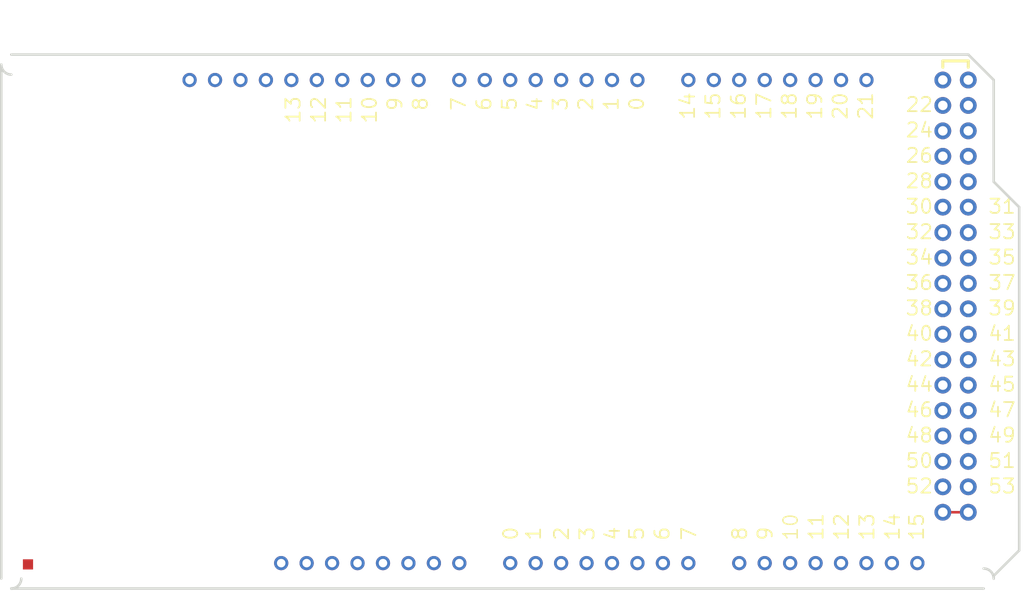
<source format=kicad_pcb>
(kicad_pcb (version 4) (host pcbnew "(2014-10-27 BZR 5228)-product")

  (general
    (links 0)
    (no_connects 0)
    (area 97.662999 72.990286 199.746023 134.0739)
    (thickness 1.6)
    (drawings 120)
    (tracks 1)
    (zones 0)
    (modules 8)
    (nets 1)
  )

  (page A4)
  (layers
    (0 F.Cu mixed)
    (31 B.Cu mixed)
    (32 B.Adhes user)
    (33 F.Adhes user)
    (34 B.Paste user)
    (35 F.Paste user)
    (36 B.SilkS user)
    (37 F.SilkS user)
    (38 B.Mask user)
    (39 F.Mask user)
    (40 Dwgs.User user)
    (41 Cmts.User user)
    (42 Eco1.User user)
    (43 Eco2.User user)
    (44 Edge.Cuts user)
    (45 Margin user)
    (46 B.CrtYd user)
    (47 F.CrtYd user)
    (48 B.Fab user)
    (49 F.Fab user)
  )

  (setup
    (last_trace_width 0.254)
    (trace_clearance 0.1524)
    (zone_clearance 0.508)
    (zone_45_only no)
    (trace_min 0.1524)
    (segment_width 0.2)
    (edge_width 0.15)
    (via_size 0.6858)
    (via_drill 0.3302)
    (via_min_size 0.6858)
    (via_min_drill 0.3302)
    (uvia_size 0.508)
    (uvia_drill 0.127)
    (uvias_allowed no)
    (uvia_min_size 0.508)
    (uvia_min_drill 0.127)
    (pcb_text_width 0.3)
    (pcb_text_size 1.5 1.5)
    (mod_edge_width 0.15)
    (mod_text_size 1.5 1.5)
    (mod_text_width 0.15)
    (pad_size 1.524 1.524)
    (pad_drill 0.762)
    (pad_to_mask_clearance 0.2)
    (aux_axis_origin 0 0)
    (visible_elements FFFFFF7F)
    (pcbplotparams
      (layerselection 0x00030_80000001)
      (usegerberextensions false)
      (excludeedgelayer true)
      (linewidth 0.100000)
      (plotframeref false)
      (viasonmask false)
      (mode 1)
      (useauxorigin false)
      (hpglpennumber 1)
      (hpglpenspeed 20)
      (hpglpendiameter 15)
      (hpglpenoverlay 2)
      (psnegative false)
      (psa4output false)
      (plotreference true)
      (plotvalue true)
      (plotinvisibletext false)
      (padsonsilk false)
      (subtractmaskfromsilk false)
      (outputformat 1)
      (mirror false)
      (drillshape 1)
      (scaleselection 1)
      (outputdirectory ""))
  )

  (net 0 "")

  (net_class Default "This is the default net class."
    (clearance 0.1524)
    (trace_width 0.254)
    (via_dia 0.6858)
    (via_drill 0.3302)
    (uvia_dia 0.508)
    (uvia_drill 0.127)
  )

  (module 1X10 (layer F.Cu) (tedit 54599C42) (tstamp 0)
    (at 128.016 80.9117)
    (descr "<b>PIN HEADER</b>")
    (fp_text reference JP6 (at -14.986 0.3683) (layer Eco1.User)
      (effects (font (size 1.27 1.27) (thickness 0.127)))
    )
    (fp_text value 10x1F-H8.5 (at 0.254 -4.7117) (layer Eco1.User)
      (effects (font (size 1.27 1.27) (thickness 0.1016)))
    )
    (pad 1 thru_hole oval (at -11.43 0 90) (size 1.4224 1.4224) (drill 0.84836) (layers *.Cu *.Mask))
    (pad 2 thru_hole oval (at -8.89 0 90) (size 1.4224 1.4224) (drill 0.84836) (layers *.Cu *.Mask))
    (pad 3 thru_hole oval (at -6.35 0 90) (size 1.4224 1.4224) (drill 0.84836) (layers *.Cu *.Mask))
    (pad 4 thru_hole oval (at -3.81 0 90) (size 1.4224 1.4224) (drill 0.84836) (layers *.Cu *.Mask))
    (pad 5 thru_hole oval (at -1.27 0 90) (size 1.4224 1.4224) (drill 0.84836) (layers *.Cu *.Mask))
    (pad 6 thru_hole oval (at 1.27 0 90) (size 1.4224 1.4224) (drill 0.84836) (layers *.Cu *.Mask))
    (pad 7 thru_hole oval (at 3.81 0 90) (size 1.4224 1.4224) (drill 0.84836) (layers *.Cu *.Mask))
    (pad 8 thru_hole oval (at 6.35 0 90) (size 1.4224 1.4224) (drill 0.84836) (layers *.Cu *.Mask))
    (pad 9 thru_hole oval (at 8.89 0 90) (size 1.4224 1.4224) (drill 0.84836) (layers *.Cu *.Mask))
    (pad 10 thru_hole oval (at 11.43 0 90) (size 1.4224 1.4224) (drill 0.84836) (layers *.Cu *.Mask))
  )

  (module 1X08 (layer F.Cu) (tedit 54599C57) (tstamp 0)
    (at 152.4 80.9117 180)
    (descr "<b>PIN HEADER</b>")
    (fp_text reference PWML (at -7.62 0.9017 360) (layer Eco1.User)
      (effects (font (size 1.27 1.27) (thickness 0.127)))
    )
    (fp_text value 8x1F-H8.5 (at -5.08 3.81 360) (layer Eco1.User)
      (effects (font (size 1.27 1.27) (thickness 0.1016)))
    )
    (pad 1 thru_hole oval (at -8.89 0 270) (size 1.4224 1.4224) (drill 0.84836) (layers *.Cu *.Mask))
    (pad 2 thru_hole oval (at -6.35 0 270) (size 1.4224 1.4224) (drill 0.84836) (layers *.Cu *.Mask))
    (pad 3 thru_hole oval (at -3.81 0 270) (size 1.4224 1.4224) (drill 0.84836) (layers *.Cu *.Mask))
    (pad 4 thru_hole oval (at -1.27 0 270) (size 1.4224 1.4224) (drill 0.84836) (layers *.Cu *.Mask))
    (pad 5 thru_hole oval (at 1.27 0 270) (size 1.4224 1.4224) (drill 0.84836) (layers *.Cu *.Mask))
    (pad 6 thru_hole oval (at 3.81 0 270) (size 1.4224 1.4224) (drill 0.84836) (layers *.Cu *.Mask))
    (pad 7 thru_hole oval (at 6.35 0 270) (size 1.4224 1.4224) (drill 0.84836) (layers *.Cu *.Mask))
    (pad 8 thru_hole oval (at 8.89 0 270) (size 1.4224 1.4224) (drill 0.84836) (layers *.Cu *.Mask))
  )

  (module FIDUCIA-MOUNT (layer F.Cu) (tedit 0) (tstamp 0)
    (at 100.457 129.2987)
    (fp_text reference ref** (at 0 0) (layer Cmts.User) hide
      (effects (font (size 0 0) (thickness 0.000001)))
    )
    (fp_text value val** (at 0 0) (layer Eco1.User) hide
      (effects (font (size 0 0) (thickness 0.000001)))
    )
    (fp_circle (center 0 0) (end 0.49784 0) (layer F.Mask) (width 2.1844))
    (fp_circle (center 0 0) (end 1.4986 0) (layer Dwgs.User) (width 0.127))
    (pad P$1 smd rect (at 0 0) (size 1.016 1.016) (layers F.Cu F.Paste F.Mask))
  )

  (module 1X08 (layer F.Cu) (tedit 0) (tstamp 0)
    (at 157.48 129.1717)
    (descr "<b>PIN HEADER</b>")
    (fp_text reference ADCL (at -7.6962 -1.1938) (layer Eco1.User)
      (effects (font (size 1.27 1.27) (thickness 0.127)))
    )
    (fp_text value 8x1F-H8.5 (at -5.08 3.81) (layer Eco1.User)
      (effects (font (size 1.27 1.27) (thickness 0.1016)))
    )
    (pad 1 thru_hole oval (at -8.89 0 90) (size 1.4224 1.4224) (drill 0.84836) (layers *.Cu *.Mask))
    (pad 2 thru_hole oval (at -6.35 0 90) (size 1.4224 1.4224) (drill 0.84836) (layers *.Cu *.Mask))
    (pad 3 thru_hole oval (at -3.81 0 90) (size 1.4224 1.4224) (drill 0.84836) (layers *.Cu *.Mask))
    (pad 4 thru_hole oval (at -1.27 0 90) (size 1.4224 1.4224) (drill 0.84836) (layers *.Cu *.Mask))
    (pad 5 thru_hole oval (at 1.27 0 90) (size 1.4224 1.4224) (drill 0.84836) (layers *.Cu *.Mask))
    (pad 6 thru_hole oval (at 3.81 0 90) (size 1.4224 1.4224) (drill 0.84836) (layers *.Cu *.Mask))
    (pad 7 thru_hole oval (at 6.35 0 90) (size 1.4224 1.4224) (drill 0.84836) (layers *.Cu *.Mask))
    (pad 8 thru_hole oval (at 8.89 0 90) (size 1.4224 1.4224) (drill 0.84836) (layers *.Cu *.Mask))
  )

  (module 1X08 (layer F.Cu) (tedit 54599C66) (tstamp 0)
    (at 175.26 80.9117 180)
    (descr "<b>PIN HEADER</b>")
    (fp_text reference COMMUNICATION (at 0 -10.5283 360) (layer Eco1.User)
      (effects (font (size 1.27 1.27) (thickness 0.127)))
    )
    (fp_text value 8x1F-H8.5 (at -5.08 3.81 360) (layer Eco1.User)
      (effects (font (size 1.27 1.27) (thickness 0.1016)))
    )
    (pad 1 thru_hole oval (at -8.89 0 270) (size 1.4224 1.4224) (drill 0.84836) (layers *.Cu *.Mask))
    (pad 2 thru_hole oval (at -6.35 0 270) (size 1.4224 1.4224) (drill 0.84836) (layers *.Cu *.Mask))
    (pad 3 thru_hole oval (at -3.81 0 270) (size 1.4224 1.4224) (drill 0.84836) (layers *.Cu *.Mask))
    (pad 4 thru_hole oval (at -1.27 0 270) (size 1.4224 1.4224) (drill 0.84836) (layers *.Cu *.Mask))
    (pad 5 thru_hole oval (at 1.27 0 270) (size 1.4224 1.4224) (drill 0.84836) (layers *.Cu *.Mask))
    (pad 6 thru_hole oval (at 3.81 0 270) (size 1.4224 1.4224) (drill 0.84836) (layers *.Cu *.Mask))
    (pad 7 thru_hole oval (at 6.35 0 270) (size 1.4224 1.4224) (drill 0.84836) (layers *.Cu *.Mask))
    (pad 8 thru_hole oval (at 8.89 0 270) (size 1.4224 1.4224) (drill 0.84836) (layers *.Cu *.Mask))
  )

  (module 1X08 (layer F.Cu) (tedit 0) (tstamp 0)
    (at 180.34 129.1717)
    (descr "<b>PIN HEADER</b>")
    (fp_text reference ADCH (at -7.6962 -1.1938) (layer Eco1.User)
      (effects (font (size 1.27 1.27) (thickness 0.127)))
    )
    (fp_text value 8x1F-H8.5 (at -5.08 3.81) (layer Eco1.User)
      (effects (font (size 1.27 1.27) (thickness 0.1016)))
    )
    (pad 1 thru_hole oval (at -8.89 0 90) (size 1.4224 1.4224) (drill 0.84836) (layers *.Cu *.Mask))
    (pad 2 thru_hole oval (at -6.35 0 90) (size 1.4224 1.4224) (drill 0.84836) (layers *.Cu *.Mask))
    (pad 3 thru_hole oval (at -3.81 0 90) (size 1.4224 1.4224) (drill 0.84836) (layers *.Cu *.Mask))
    (pad 4 thru_hole oval (at -1.27 0 90) (size 1.4224 1.4224) (drill 0.84836) (layers *.Cu *.Mask))
    (pad 5 thru_hole oval (at 1.27 0 90) (size 1.4224 1.4224) (drill 0.84836) (layers *.Cu *.Mask))
    (pad 6 thru_hole oval (at 3.81 0 90) (size 1.4224 1.4224) (drill 0.84836) (layers *.Cu *.Mask))
    (pad 7 thru_hole oval (at 6.35 0 90) (size 1.4224 1.4224) (drill 0.84836) (layers *.Cu *.Mask))
    (pad 8 thru_hole oval (at 8.89 0 90) (size 1.4224 1.4224) (drill 0.84836) (layers *.Cu *.Mask))
  )

  (module 2X18 (layer F.Cu) (tedit 0) (tstamp 5459AD40)
    (at 193.04 102.5017 270)
    (descr "<b>PIN HEADER</b>")
    (fp_text reference XIO (at -21.59 -2.54 360) (layer Eco1.User)
      (effects (font (size 1.27 1.27) (thickness 0.127)))
    )
    (fp_text value 18x2F-H8.5 (at -16.51 5.08 360) (layer Eco1.User)
      (effects (font (size 1.27 1.27) (thickness 0.1016)))
    )
    (pad 1 thru_hole oval (at -21.59 1.27 270) (size 1.6764 1.6764) (drill 0.94996) (layers *.Cu *.Mask))
    (pad 2 thru_hole oval (at -21.59 -1.27 270) (size 1.6764 1.6764) (drill 0.94996) (layers *.Cu *.Mask))
    (pad 3 thru_hole oval (at -19.05 1.27 270) (size 1.6764 1.6764) (drill 0.94996) (layers *.Cu *.Mask))
    (pad 4 thru_hole oval (at -19.05 -1.27 270) (size 1.6764 1.6764) (drill 0.94996) (layers *.Cu *.Mask))
    (pad 5 thru_hole oval (at -16.51 1.27 270) (size 1.6764 1.6764) (drill 0.94996) (layers *.Cu *.Mask))
    (pad 6 thru_hole oval (at -16.51 -1.27 270) (size 1.6764 1.6764) (drill 0.94996) (layers *.Cu *.Mask))
    (pad 7 thru_hole oval (at -13.97 1.27 270) (size 1.6764 1.6764) (drill 0.94996) (layers *.Cu *.Mask))
    (pad 8 thru_hole oval (at -13.97 -1.27 270) (size 1.6764 1.6764) (drill 0.94996) (layers *.Cu *.Mask))
    (pad 9 thru_hole oval (at -11.43 1.27 270) (size 1.6764 1.6764) (drill 0.94996) (layers *.Cu *.Mask))
    (pad 10 thru_hole oval (at -11.43 -1.27 270) (size 1.6764 1.6764) (drill 0.94996) (layers *.Cu *.Mask))
    (pad 11 thru_hole oval (at -8.89 1.27 270) (size 1.6764 1.6764) (drill 0.94996) (layers *.Cu *.Mask))
    (pad 12 thru_hole oval (at -8.89 -1.27 270) (size 1.6764 1.6764) (drill 0.94996) (layers *.Cu *.Mask))
    (pad 13 thru_hole oval (at -6.35 1.27 270) (size 1.6764 1.6764) (drill 0.94996) (layers *.Cu *.Mask))
    (pad 14 thru_hole oval (at -6.35 -1.27 270) (size 1.6764 1.6764) (drill 0.94996) (layers *.Cu *.Mask))
    (pad 15 thru_hole oval (at -3.81 1.27 270) (size 1.6764 1.6764) (drill 0.94996) (layers *.Cu *.Mask))
    (pad 16 thru_hole oval (at -3.81 -1.27 270) (size 1.6764 1.6764) (drill 0.94996) (layers *.Cu *.Mask))
    (pad 17 thru_hole oval (at -1.27 1.27 270) (size 1.6764 1.6764) (drill 0.94996) (layers *.Cu *.Mask))
    (pad 18 thru_hole oval (at -1.27 -1.27 270) (size 1.6764 1.6764) (drill 0.94996) (layers *.Cu *.Mask))
    (pad 19 thru_hole oval (at 1.27 1.27 270) (size 1.6764 1.6764) (drill 0.94996) (layers *.Cu *.Mask))
    (pad 20 thru_hole oval (at 1.27 -1.27 270) (size 1.6764 1.6764) (drill 0.94996) (layers *.Cu *.Mask))
    (pad 21 thru_hole oval (at 3.81 1.27 270) (size 1.6764 1.6764) (drill 0.94996) (layers *.Cu *.Mask))
    (pad 22 thru_hole oval (at 3.81 -1.27 270) (size 1.6764 1.6764) (drill 0.94996) (layers *.Cu *.Mask))
    (pad 23 thru_hole oval (at 6.35 1.27 270) (size 1.6764 1.6764) (drill 0.94996) (layers *.Cu *.Mask))
    (pad 24 thru_hole oval (at 6.35 -1.27 270) (size 1.6764 1.6764) (drill 0.94996) (layers *.Cu *.Mask))
    (pad 25 thru_hole oval (at 8.89 1.27 270) (size 1.6764 1.6764) (drill 0.94996) (layers *.Cu *.Mask))
    (pad 26 thru_hole oval (at 8.89 -1.27 270) (size 1.6764 1.6764) (drill 0.94996) (layers *.Cu *.Mask))
    (pad 27 thru_hole oval (at 11.43 1.27 270) (size 1.6764 1.6764) (drill 0.94996) (layers *.Cu *.Mask))
    (pad 28 thru_hole oval (at 11.43 -1.27 270) (size 1.6764 1.6764) (drill 0.94996) (layers *.Cu *.Mask))
    (pad 29 thru_hole oval (at 13.97 1.27 270) (size 1.6764 1.6764) (drill 0.94996) (layers *.Cu *.Mask))
    (pad 30 thru_hole oval (at 13.97 -1.27 270) (size 1.6764 1.6764) (drill 0.94996) (layers *.Cu *.Mask))
    (pad 31 thru_hole oval (at 16.51 1.27 270) (size 1.6764 1.6764) (drill 0.94996) (layers *.Cu *.Mask))
    (pad 32 thru_hole oval (at 16.51 -1.27 270) (size 1.6764 1.6764) (drill 0.94996) (layers *.Cu *.Mask))
    (pad 33 thru_hole oval (at 19.05 1.27 270) (size 1.6764 1.6764) (drill 0.94996) (layers *.Cu *.Mask))
    (pad 34 thru_hole oval (at 19.05 -1.27 270) (size 1.6764 1.6764) (drill 0.94996) (layers *.Cu *.Mask))
    (pad 35 thru_hole oval (at 21.59 1.27 270) (size 1.6764 1.6764) (drill 0.94996) (layers *.Cu *.Mask))
    (pad 36 thru_hole oval (at 21.59 -1.27 270) (size 1.6764 1.6764) (drill 0.94996) (layers *.Cu *.Mask))
  )

  (module 1X08 (layer F.Cu) (tedit 0) (tstamp 0)
    (at 134.62 129.1717)
    (descr "<b>PIN HEADER</b>")
    (fp_text reference POWER (at -7.6962 -1.1938) (layer Eco1.User)
      (effects (font (size 1.27 1.27) (thickness 0.127)))
    )
    (fp_text value 8x1F-H8.5 (at -5.08 3.81) (layer Eco1.User)
      (effects (font (size 1.27 1.27) (thickness 0.1016)))
    )
    (pad 1 thru_hole oval (at -8.89 0 90) (size 1.4224 1.4224) (drill 0.84836) (layers *.Cu *.Mask))
    (pad 2 thru_hole oval (at -6.35 0 90) (size 1.4224 1.4224) (drill 0.84836) (layers *.Cu *.Mask))
    (pad 3 thru_hole oval (at -3.81 0 90) (size 1.4224 1.4224) (drill 0.84836) (layers *.Cu *.Mask))
    (pad 4 thru_hole oval (at -1.27 0 90) (size 1.4224 1.4224) (drill 0.84836) (layers *.Cu *.Mask))
    (pad 5 thru_hole oval (at 1.27 0 90) (size 1.4224 1.4224) (drill 0.84836) (layers *.Cu *.Mask))
    (pad 6 thru_hole oval (at 3.81 0 90) (size 1.4224 1.4224) (drill 0.84836) (layers *.Cu *.Mask))
    (pad 7 thru_hole oval (at 6.35 0 90) (size 1.4224 1.4224) (drill 0.84836) (layers *.Cu *.Mask))
    (pad 8 thru_hole oval (at 8.89 0 90) (size 1.4224 1.4224) (drill 0.84836) (layers *.Cu *.Mask))
  )

  (gr_line (start 191.77 79.0067) (end 194.31 79.0067) (angle 90) (layer F.SilkS) (width 0.3048))
  (gr_text 11 (at 132.0038 85.3567 90) (layer F.SilkS)
    (effects (font (size 1.4224 1.4224) (thickness 0.17018)) (justify left))
  )
  (gr_line (start 194.31 78.3717) (end 196.85 80.9117) (angle 90) (layer Edge.Cuts) (width 0.254))
  (gr_line (start 196.85 91.0717) (end 199.39 93.6117) (angle 90) (layer Edge.Cuts) (width 0.254))
  (gr_line (start 199.39 93.6117) (end 199.39 127.9017) (angle 90) (layer Edge.Cuts) (width 0.254))
  (gr_line (start 199.39 127.9017) (end 196.85 130.4417) (angle 90) (layer Edge.Cuts) (width 0.254))
  (gr_line (start 196.85 130.4417) (end 196.85 130.71348) (angle 90) (layer Edge.Cuts) (width 0.254))
  (gr_arc (start 195.84924 130.71348) (end 196.85 130.71348) (angle -90) (layer Edge.Cuts) (width 0.254))
  (gr_line (start 195.84924 131.7117) (end 98.78822 131.7117) (angle 90) (layer Edge.Cuts) (width 0.254))
  (gr_arc (start 98.78822 130.71348) (end 98.78822 131.7117) (angle -90) (layer Edge.Cuts) (width 0.254))
  (gr_line (start 97.79 130.71348) (end 97.79 79.37246) (angle 90) (layer Edge.Cuts) (width 0.254))
  (gr_arc (start 98.78822 79.37246) (end 97.79 79.37246) (angle -90) (layer Edge.Cuts) (width 0.254))
  (gr_line (start 98.78822 78.3717) (end 194.31 78.3717) (angle 90) (layer Edge.Cuts) (width 0.254))
  (gr_line (start 196.85 80.9117) (end 196.85 91.0717) (angle 90) (layer Edge.Cuts) (width 0.254))
  (gr_line (start 191.77 79.6417) (end 191.77 79.0067) (angle 90) (layer F.SilkS) (width 0.3048))
  (gr_line (start 194.31 79.0067) (end 194.31 79.6417) (angle 90) (layer F.SilkS) (width 0.3048))
  (gr_line (start 158.115 85.9917) (end 158.75 84.7217) (angle 90) (layer Eco1.User) (width 0.4064))
  (gr_line (start 158.75 84.7217) (end 159.385 85.9917) (angle 90) (layer Eco1.User) (width 0.4064))
  (gr_line (start 158.75 85.9917) (end 158.115 85.9917) (angle 90) (layer Eco1.User) (width 0.4064))
  (gr_line (start 158.115 85.9917) (end 158.75 85.3567) (angle 90) (layer Eco1.User) (width 0.4064))
  (gr_line (start 158.75 85.3567) (end 158.75 85.9917) (angle 90) (layer Eco1.User) (width 0.4064))
  (gr_line (start 158.75 85.9917) (end 159.385 85.9917) (angle 90) (layer Eco1.User) (width 0.4064))
  (gr_line (start 159.385 85.9917) (end 158.75 85.3567) (angle 90) (layer Eco1.User) (width 0.4064))
  (gr_line (start 160.655 84.7217) (end 161.29 84.7217) (angle 90) (layer Eco1.User) (width 0.4064))
  (gr_line (start 161.925 84.7217) (end 161.29 85.9917) (angle 90) (layer Eco1.User) (width 0.4064))
  (gr_line (start 161.29 85.9917) (end 160.655 84.7217) (angle 90) (layer Eco1.User) (width 0.4064))
  (gr_line (start 160.655 84.7217) (end 161.29 85.3567) (angle 90) (layer Eco1.User) (width 0.4064))
  (gr_line (start 161.29 85.3567) (end 161.925 84.7217) (angle 90) (layer Eco1.User) (width 0.4064))
  (gr_line (start 161.925 84.7217) (end 161.29 84.7217) (angle 90) (layer Eco1.User) (width 0.4064))
  (gr_line (start 161.29 84.7217) (end 161.29 85.3567) (angle 90) (layer Eco1.User) (width 0.4064))
  (gr_text "ANALOG   IN" (at 153.035 123.5075) (layer Eco1.User)
    (effects (font (size 1.6764 1.6764) (thickness 0.25146)) (justify left))
  )
  (gr_text AREF (at 121.81332 87.53094 90) (layer Eco1.User)
    (effects (font (size 1.4224 1.4224) (thickness 0.17018)) (justify left))
  )
  (gr_text GND (at 124.49048 86.23554 90) (layer Eco1.User)
    (effects (font (size 1.4224 1.4224) (thickness 0.17018)) (justify left))
  )
  (gr_text TX (at 158.6738 89.2937 90) (layer Eco1.User)
    (effects (font (size 1.4224 1.4224) (thickness 0.17018)) (justify left))
  )
  (gr_text RX (at 161.2138 89.2937 90) (layer Eco1.User)
    (effects (font (size 1.4224 1.4224) (thickness 0.17018)) (justify left))
  )
  (gr_text RESET (at 130.83032 127.45974 90) (layer Eco1.User)
    (effects (font (size 1.4224 1.4224) (thickness 0.17018)) (justify left))
  )
  (gr_text 3V3 (at 133.37032 127.45974 90) (layer Eco1.User)
    (effects (font (size 1.4224 1.4224) (thickness 0.17018)) (justify left))
  )
  (gr_text 5V (at 134.85876 126.73076) (layer Eco1.User)
    (effects (font (size 1.4224 1.4224) (thickness 0.17018)) (justify left))
  )
  (gr_text VIN (at 142.27556 126.73076) (layer Eco1.User)
    (effects (font (size 1.4224 1.4224) (thickness 0.17018)) (justify left))
  )
  (gr_text GND (at 137.90676 126.73076) (layer Eco1.User)
    (effects (font (size 1.4224 1.4224) (thickness 0.17018)) (justify left))
  )
  (gr_text 0 (at 161.2138 84.0867 90) (layer F.SilkS)
    (effects (font (size 1.4224 1.4224) (thickness 0.17018)) (justify left))
  )
  (gr_text 1 (at 158.6738 84.0867 90) (layer F.SilkS)
    (effects (font (size 1.4224 1.4224) (thickness 0.17018)) (justify left))
  )
  (gr_text 2 (at 156.1338 84.0867 90) (layer F.SilkS)
    (effects (font (size 1.4224 1.4224) (thickness 0.17018)) (justify left))
  )
  (gr_text 3 (at 153.5938 84.0867 90) (layer F.SilkS)
    (effects (font (size 1.4224 1.4224) (thickness 0.17018)) (justify left))
  )
  (gr_text 4 (at 151.0538 84.0867 90) (layer F.SilkS)
    (effects (font (size 1.4224 1.4224) (thickness 0.17018)) (justify left))
  )
  (gr_text 5 (at 148.5138 84.0867 90) (layer F.SilkS)
    (effects (font (size 1.4224 1.4224) (thickness 0.17018)) (justify left))
  )
  (gr_text 6 (at 145.9738 84.0867 90) (layer F.SilkS)
    (effects (font (size 1.4224 1.4224) (thickness 0.17018)) (justify left))
  )
  (gr_text 7 (at 143.4338 84.0867 90) (layer F.SilkS)
    (effects (font (size 1.4224 1.4224) (thickness 0.17018)) (justify left))
  )
  (gr_text 8 (at 139.6238 84.0867 90) (layer F.SilkS)
    (effects (font (size 1.4224 1.4224) (thickness 0.17018)) (justify left))
  )
  (gr_text 9 (at 137.0838 84.0867 90) (layer F.SilkS)
    (effects (font (size 1.4224 1.4224) (thickness 0.17018)) (justify left))
  )
  (gr_text 10 (at 134.5438 85.3567 90) (layer F.SilkS)
    (effects (font (size 1.4224 1.4224) (thickness 0.17018)) (justify left))
  )
  (gr_text 12 (at 129.4638 85.3567 90) (layer F.SilkS)
    (effects (font (size 1.4224 1.4224) (thickness 0.17018)) (justify left))
  )
  (gr_text 13 (at 126.9238 85.3567 90) (layer F.SilkS)
    (effects (font (size 1.4224 1.4224) (thickness 0.17018)) (justify left))
  )
  (gr_text 0 (at 148.6408 127.0127 90) (layer F.SilkS)
    (effects (font (size 1.4224 1.4224) (thickness 0.17018)) (justify left))
  )
  (gr_text 1 (at 150.9268 127.0127 90) (layer F.SilkS)
    (effects (font (size 1.4224 1.4224) (thickness 0.17018)) (justify left))
  )
  (gr_text 2 (at 153.7208 127.0127 90) (layer F.SilkS)
    (effects (font (size 1.4224 1.4224) (thickness 0.17018)) (justify left))
  )
  (gr_text 3 (at 156.2608 127.0127 90) (layer F.SilkS)
    (effects (font (size 1.4224 1.4224) (thickness 0.17018)) (justify left))
  )
  (gr_text 4 (at 158.8008 127.0127 90) (layer F.SilkS)
    (effects (font (size 1.4224 1.4224) (thickness 0.17018)) (justify left))
  )
  (gr_text 5 (at 161.2138 127.0127 90) (layer F.SilkS)
    (effects (font (size 1.4224 1.4224) (thickness 0.17018)) (justify left))
  )
  (gr_text 6 (at 163.7538 127.0127 90) (layer F.SilkS)
    (effects (font (size 1.4224 1.4224) (thickness 0.17018)) (justify left))
  )
  (gr_text 7 (at 166.4208 127.0127 90) (layer F.SilkS)
    (effects (font (size 1.4224 1.4224) (thickness 0.17018)) (justify left))
  )
  (gr_text SDA (at 181.5338 89.2937 90) (layer Eco1.User)
    (effects (font (size 1.4224 1.4224) (thickness 0.17018)) (justify left))
  )
  (gr_text SCL (at 184.0738 89.2937 90) (layer Eco1.User)
    (effects (font (size 1.4224 1.4224) (thickness 0.17018)) (justify left))
  )
  (gr_text 8 (at 171.5008 127.0127 90) (layer F.SilkS)
    (effects (font (size 1.4224 1.4224) (thickness 0.17018)) (justify left))
  )
  (gr_text 9 (at 174.0408 127.0127 90) (layer F.SilkS)
    (effects (font (size 1.4224 1.4224) (thickness 0.17018)) (justify left))
  )
  (gr_text 10 (at 176.5808 127.0127 90) (layer F.SilkS)
    (effects (font (size 1.4224 1.4224) (thickness 0.14224)) (justify left))
  )
  (gr_text 11 (at 179.1208 127.0127 90) (layer F.SilkS)
    (effects (font (size 1.4224 1.4224) (thickness 0.17018)) (justify left))
  )
  (gr_text 12 (at 181.6608 127.0127 90) (layer F.SilkS)
    (effects (font (size 1.4224 1.4224) (thickness 0.17018)) (justify left))
  )
  (gr_text 13 (at 184.2008 127.0127 90) (layer F.SilkS)
    (effects (font (size 1.4224 1.4224) (thickness 0.17018)) (justify left))
  )
  (gr_text 14 (at 186.7408 127.0127 90) (layer F.SilkS)
    (effects (font (size 1.4224 1.4224) (thickness 0.17018)) (justify left))
  )
  (gr_text 15 (at 189.1538 127.0127 90) (layer F.SilkS)
    (effects (font (size 1.4224 1.4224) (thickness 0.17018)) (justify left))
  )
  (gr_text TX2 (at 171.3738 89.2937 90) (layer Eco1.User)
    (effects (font (size 1.4224 1.4224) (thickness 0.17018)) (justify left))
  )
  (gr_text RX2 (at 173.9138 89.2937 90) (layer Eco1.User)
    (effects (font (size 1.4224 1.4224) (thickness 0.17018)) (justify left))
  )
  (gr_text RX3 (at 168.8338 89.2937 90) (layer Eco1.User)
    (effects (font (size 1.4224 1.4224) (thickness 0.17018)) (justify left))
  )
  (gr_text TX3 (at 166.2938 89.2937 90) (layer Eco1.User)
    (effects (font (size 1.4224 1.4224) (thickness 0.17018)) (justify left))
  )
  (gr_text RX1 (at 178.9938 89.2937 90) (layer Eco1.User)
    (effects (font (size 1.4224 1.4224) (thickness 0.17018)) (justify left))
  )
  (gr_text TX1 (at 176.4538 89.2937 90) (layer Eco1.User)
    (effects (font (size 1.4224 1.4224) (thickness 0.17018)) (justify left))
  )
  (gr_text PWM (at 139.065 86.6775) (layer Eco1.User)
    (effects (font (size 1.6764 1.6764) (thickness 0.25146)) (justify left))
  )
  (gr_text 14 (at 166.2938 84.9757 90) (layer F.SilkS)
    (effects (font (size 1.4224 1.4224) (thickness 0.17018)) (justify left))
  )
  (gr_text 15 (at 168.8338 84.9757 90) (layer F.SilkS)
    (effects (font (size 1.4224 1.4224) (thickness 0.17018)) (justify left))
  )
  (gr_text 16 (at 171.3738 84.9757 90) (layer F.SilkS)
    (effects (font (size 1.4224 1.4224) (thickness 0.17018)) (justify left))
  )
  (gr_text 17 (at 173.9138 84.9757 90) (layer F.SilkS)
    (effects (font (size 1.4224 1.4224) (thickness 0.17018)) (justify left))
  )
  (gr_text 18 (at 176.4538 84.9757 90) (layer F.SilkS)
    (effects (font (size 1.4224 1.4224) (thickness 0.17018)) (justify left))
  )
  (gr_text 19 (at 178.9938 84.9757 90) (layer F.SilkS)
    (effects (font (size 1.4224 1.4224) (thickness 0.17018)) (justify left))
  )
  (gr_text 20 (at 181.5338 84.9757 90) (layer F.SilkS)
    (effects (font (size 1.4224 1.4224) (thickness 0.17018)) (justify left))
  )
  (gr_text 21 (at 184.0738 84.9757 90) (layer F.SilkS)
    (effects (font (size 1.4224 1.4224) (thickness 0.17018)) (justify left))
  )
  (gr_text 5V (at 191.262 79.3115) (layer Eco1.User)
    (effects (font (size 1.1176 1.1176) (thickness 0.22352)) (justify right))
  )
  (gr_text GND (at 195.326 125.9205) (layer Eco1.User)
    (effects (font (size 1.4224 1.4224) (thickness 0.17018)) (justify left))
  )
  (gr_text 22 (at 187.96 83.3755) (layer F.SilkS)
    (effects (font (size 1.4224 1.4224) (thickness 0.17018)) (justify left))
  )
  (gr_text 24 (at 187.96 85.9155) (layer F.SilkS)
    (effects (font (size 1.4224 1.4224) (thickness 0.17018)) (justify left))
  )
  (gr_text 26 (at 187.96 88.4555) (layer F.SilkS)
    (effects (font (size 1.4224 1.4224) (thickness 0.17018)) (justify left))
  )
  (gr_text 28 (at 187.96 90.9955) (layer F.SilkS)
    (effects (font (size 1.4224 1.4224) (thickness 0.17018)) (justify left))
  )
  (gr_text 30 (at 187.96 93.5355) (layer F.SilkS)
    (effects (font (size 1.4224 1.4224) (thickness 0.17018)) (justify left))
  )
  (gr_text 31 (at 196.215 93.5355) (layer F.SilkS)
    (effects (font (size 1.4224 1.4224) (thickness 0.17018)) (justify left))
  )
  (gr_text 32 (at 187.96 96.0755) (layer F.SilkS)
    (effects (font (size 1.4224 1.4224) (thickness 0.17018)) (justify left))
  )
  (gr_text 33 (at 196.215 96.0755) (layer F.SilkS)
    (effects (font (size 1.4224 1.4224) (thickness 0.17018)) (justify left))
  )
  (gr_text 34 (at 187.96 98.6155) (layer F.SilkS)
    (effects (font (size 1.4224 1.4224) (thickness 0.17018)) (justify left))
  )
  (gr_text 35 (at 196.215 98.6155) (layer F.SilkS)
    (effects (font (size 1.4224 1.4224) (thickness 0.17018)) (justify left))
  )
  (gr_text 36 (at 187.96 101.1555) (layer F.SilkS)
    (effects (font (size 1.4224 1.4224) (thickness 0.17018)) (justify left))
  )
  (gr_text 37 (at 196.215 101.1555) (layer F.SilkS)
    (effects (font (size 1.4224 1.4224) (thickness 0.17018)) (justify left))
  )
  (gr_text 38 (at 187.96 103.6955) (layer F.SilkS)
    (effects (font (size 1.4224 1.4224) (thickness 0.17018)) (justify left))
  )
  (gr_text 39 (at 196.215 103.6955) (layer F.SilkS)
    (effects (font (size 1.4224 1.4224) (thickness 0.17018)) (justify left))
  )
  (gr_text 41 (at 196.215 106.2355) (layer F.SilkS)
    (effects (font (size 1.4224 1.4224) (thickness 0.17018)) (justify left))
  )
  (gr_text 40 (at 187.96 106.2355) (layer F.SilkS)
    (effects (font (size 1.4224 1.4224) (thickness 0.17018)) (justify left))
  )
  (gr_text 43 (at 196.215 108.7755) (layer F.SilkS)
    (effects (font (size 1.4224 1.4224) (thickness 0.17018)) (justify left))
  )
  (gr_text 42 (at 187.96 108.7755) (layer F.SilkS)
    (effects (font (size 1.4224 1.4224) (thickness 0.17018)) (justify left))
  )
  (gr_text 45 (at 196.215 111.3155) (layer F.SilkS)
    (effects (font (size 1.4224 1.4224) (thickness 0.17018)) (justify left))
  )
  (gr_text 47 (at 196.215 113.8555) (layer F.SilkS)
    (effects (font (size 1.4224 1.4224) (thickness 0.17018)) (justify left))
  )
  (gr_text 49 (at 196.215 116.3955) (layer F.SilkS)
    (effects (font (size 1.4224 1.4224) (thickness 0.17018)) (justify left))
  )
  (gr_text 51 (at 196.215 118.9355) (layer F.SilkS)
    (effects (font (size 1.4224 1.4224) (thickness 0.17018)) (justify left))
  )
  (gr_text 44 (at 187.96 111.3155) (layer F.SilkS)
    (effects (font (size 1.4224 1.4224) (thickness 0.17018)) (justify left))
  )
  (gr_text 46 (at 187.96 113.8555) (layer F.SilkS)
    (effects (font (size 1.4224 1.4224) (thickness 0.17018)) (justify left))
  )
  (gr_text 50 (at 187.96 118.9355) (layer F.SilkS)
    (effects (font (size 1.4224 1.4224) (thickness 0.17018)) (justify left))
  )
  (gr_text 48 (at 187.96 116.3955) (layer F.SilkS)
    (effects (font (size 1.4224 1.4224) (thickness 0.17018)) (justify left))
  )
  (gr_text 53 (at 196.215 121.4755) (layer F.SilkS)
    (effects (font (size 1.4224 1.4224) (thickness 0.17018)) (justify left))
  )
  (gr_text 52 (at 187.96 121.4755) (layer F.SilkS)
    (effects (font (size 1.4224 1.4224) (thickness 0.17018)) (justify left))
  )
  (gr_text DIGITAL (at 186.4868 108.2167 90) (layer Eco1.User)
    (effects (font (size 1.6764 1.6764) (thickness 0.25146)) (justify left))
  )
  (gr_text IOREF (at 128.16332 127.45974 90) (layer Eco1.User)
    (effects (font (size 1.4224 1.4224) (thickness 0.17018)) (justify left))
  )
  (gr_text SDA (at 118.63832 77.11694 90) (layer Eco1.User)
    (effects (font (size 1.4224 1.4224) (thickness 0.14224)) (justify left))
  )
  (gr_text SCL (at 115.84432 76.98994 90) (layer Eco1.User)
    (effects (font (size 1.4224 1.4224) (thickness 0.14224)) (justify left))
  )

  (segment (start 194.31 124.0917) (end 191.77 124.0917) (width 0.254) (layer F.Cu) (net 0) (status 30))

)

</source>
